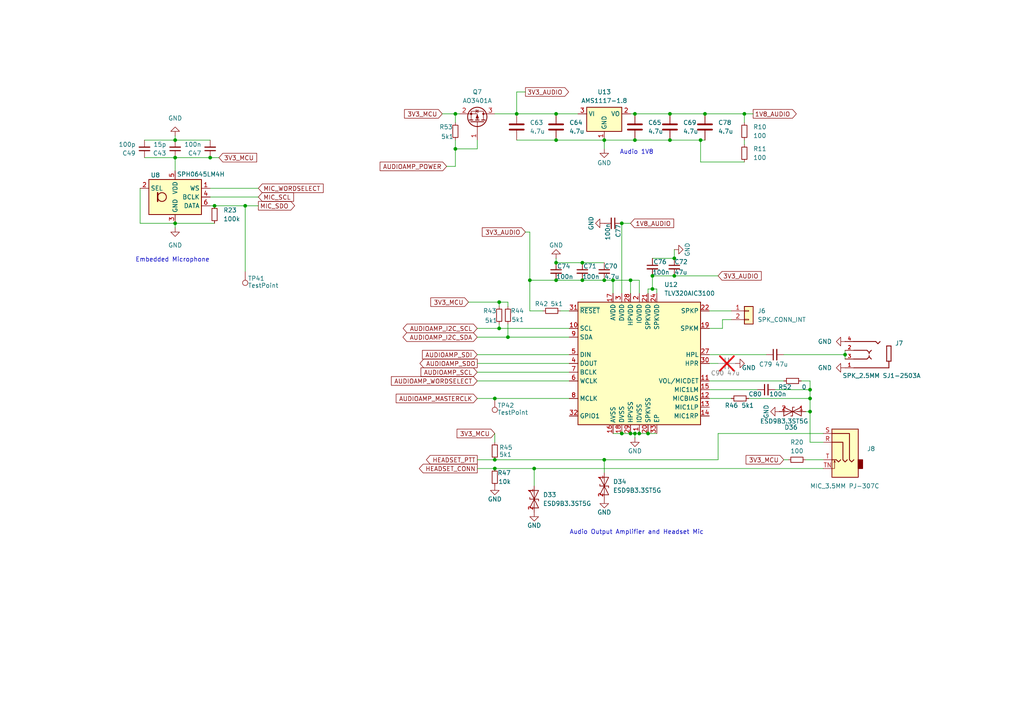
<source format=kicad_sch>
(kicad_sch (version 20250114) (generator "eeschema") (generator_version "9.0")
  (paper "A4")
  (lib_symbols
    (symbol "Audio:TLV320AIC3100"
      (property "Reference" "U" (at -15.24 20.32 0))
      (property "Value" "TLV320AIC3100" (at 0 0 0))
      (symbol "TLV320AIC3100_0_1"
        (rectangle (start -17.78 17.78) (end 17.78 -17.78) (stroke (width 0.254)) (fill (type background)))
      )
      (symbol "TLV320AIC3100_1_1"
        (pin input line (at -20.32 15.24 0) (length 2.54) (name "~{RESET}") (number "31"))
        (pin input line (at -20.32 10.16 0) (length 2.54) (name "SCL") (number "10"))
        (pin bidirectional line (at -20.32 7.62 0) (length 2.54) (name "SDA") (number "9"))
        (pin input line (at -20.32 2.54 0) (length 2.54) (name "DIN") (number "5"))
        (pin output line (at -20.32 0 0) (length 2.54) (name "DOUT") (number "4"))
        (pin bidirectional line (at -20.32 -2.54 0) (length 2.54) (name "BCLK") (number "7"))
        (pin bidirectional line (at -20.32 -5.08 0) (length 2.54) (name "WCLK") (number "6"))
        (pin input line (at -20.32 -10.16 0) (length 2.54) (name "MCLK") (number "8"))
        (pin bidirectional line (at -20.32 -15.24 0) (length 2.54) (name "GPIO1") (number "32"))
        (pin power_in line (at -7.62 20.32 270) (length 2.54) (name "AVDD") (number "17"))
        (pin power_in line (at -7.62 -20.32 90) (length 2.54) (name "AVSS") (number "16"))
        (pin power_in line (at -5.08 20.32 270) (length 2.54) (name "DVDD") (number "3"))
        (pin power_in line (at -5.08 -20.32 90) (length 2.54) (name "DVSS") (number "18"))
        (pin power_in line (at -2.54 20.32 270) (length 2.54) (name "HPVDD") (number "28"))
        (pin power_in line (at -2.54 -20.32 90) (length 2.54) (name "HPVSS") (number "29"))
        (pin power_in line (at 0 20.32 270) (length 2.54) (name "IOVDD") (number "2"))
        (pin power_in line (at 0 -20.32 90) (length 2.54) (name "IOVSS") (number "1"))
        (pin power_in line (at 2.54 20.32 270) (length 2.54) (name "SPKVDD") (number "21"))
        (pin power_in line (at 2.54 -20.32 90) (length 2.54) (name "SPKVSS") (number "20"))
        (pin passive line (at 2.54 -20.32 90) (length 2.54) (hide yes) (name "SPKVSS") (number "25"))
        (pin power_in line (at 5.08 20.32 270) (length 2.54) (name "SPKVDD") (number "24"))
        (pin power_in line (at 5.08 -20.32 90) (length 2.54) (name "EP") (number "33"))
        (pin output line (at 20.32 15.24 180) (length 2.54) (name "SPKP") (number "22"))
        (pin passive line (at 20.32 15.24 180) (length 2.54) (hide yes) (name "SPKP") (number "26"))
        (pin output line (at 20.32 10.16 180) (length 2.54) (name "SPKM") (number "19"))
        (pin passive line (at 20.32 10.16 180) (length 2.54) (hide yes) (name "SPKM") (number "23"))
        (pin output line (at 20.32 2.54 180) (length 2.54) (name "HPL") (number "27"))
        (pin output line (at 20.32 0 180) (length 2.54) (name "HPR") (number "30"))
        (pin input line (at 20.32 -5.08 180) (length 2.54) (name "VOL/MICDET") (number "11"))
        (pin input line (at 20.32 -7.62 180) (length 2.54) (name "MIC1LM") (number "15"))
        (pin power_out line (at 20.32 -10.16 180) (length 2.54) (name "MICBIAS") (number "12"))
        (pin input line (at 20.32 -12.7 180) (length 2.54) (name "MIC1LP") (number "13"))
        (pin input line (at 20.32 -15.24 180) (length 2.54) (name "MIC1RP") (number "14"))
      )
    )
    (symbol "Connector:TestPoint" (pin_numbers (hide yes)) (pin_names (offset 0.762) (hide yes))
      (property "Reference" "TP" (at 0 6.858 0))
      (property "Value" "TestPoint" (at 0 5.08 0))
      (symbol "TestPoint_0_1"
        (circle (center 0 3.302) (radius 0.762))
      )
      (symbol "TestPoint_1_1"
        (pin passive line (at 0 0 90) (length 2.54) (name "1") (number "1"))
      )
    )
    (symbol "Connector_Audio:AudioJack3_SwitchT"
      (property "Reference" "J" (at 0 8.89 0))
      (property "Value" "AudioJack3_SwitchT" (at 0 6.35 0))
      (symbol "AudioJack3_SwitchT_0_1"
        (rectangle (start -5.08 -5.08) (end -6.35 -7.62) (stroke (width 0.254)) (fill (type outline)))
        (polyline (pts (xy -1.905 -5.08) (xy -1.27 -5.715) (xy -0.635 -5.08) (xy -0.635 0) (xy 2.54 0)) (stroke (width 0.254)))
        (polyline (pts (xy 0 -5.08) (xy 0.635 -5.715) (xy 1.27 -5.08) (xy 2.54 -5.08)) (stroke (width 0.254)))
        (polyline (pts (xy 1.778 -5.334) (xy 2.032 -5.842)))
        (rectangle (start 2.54 3.81) (end -5.08 -10.16) (stroke (width 0.254)) (fill (type background)))
        (polyline (pts (xy 2.54 2.54) (xy -2.54 2.54) (xy -2.54 -5.08) (xy -3.175 -5.715) (xy -3.81 -5.08)) (stroke (width 0.254)))
        (polyline (pts (xy 2.54 -7.62) (xy 1.778 -7.62) (xy 1.778 -5.334) (xy 1.524 -5.842)))
      )
      (symbol "AudioJack3_SwitchT_1_1"
        (pin passive line (at 5.08 2.54 180) (length 2.54) (name "~") (number "S"))
        (pin passive line (at 5.08 0 180) (length 2.54) (name "~") (number "R"))
        (pin passive line (at 5.08 -5.08 180) (length 2.54) (name "~") (number "T"))
        (pin passive line (at 5.08 -7.62 180) (length 2.54) (name "~") (number "TN"))
      )
    )
    (symbol "Connector_Generic:Conn_01x02" (pin_names (offset 1.016) (hide yes))
      (property "Reference" "J" (at 0 2.54 0))
      (property "Value" "Conn_01x02" (at 0 -5.08 0))
      (symbol "Conn_01x02_1_1"
        (rectangle (start -1.27 1.27) (end 1.27 -3.81) (stroke (width 0.254)) (fill (type background)))
        (rectangle (start -1.27 0.127) (end 0 -0.127) (stroke (width 0.1524)))
        (rectangle (start -1.27 -2.413) (end 0 -2.667) (stroke (width 0.1524)))
        (pin passive line (at -5.08 0 0) (length 3.81) (name "Pin_1") (number "1"))
        (pin passive line (at -5.08 -2.54 0) (length 3.81) (name "Pin_2") (number "2"))
      )
    )
    (symbol "Device:C" (pin_numbers (hide yes)) (pin_names (offset 0.254))
      (property "Reference" "C" (at 0.635 2.54 0))
      (property "Value" "C" (at 0.635 -2.54 0))
      (symbol "C_0_1"
        (polyline (pts (xy -2.032 0.762) (xy 2.032 0.762)) (stroke (width 0.508)))
        (polyline (pts (xy -2.032 -0.762) (xy 2.032 -0.762)) (stroke (width 0.508)))
      )
      (symbol "C_1_1"
        (pin passive line (at 0 3.81 270) (length 2.794) (name "~") (number "1"))
        (pin passive line (at 0 -3.81 90) (length 2.794) (name "~") (number "2"))
      )
    )
    (symbol "Device:C_Small" (pin_numbers (hide yes)) (pin_names (offset 0.254) (hide yes))
      (property "Reference" "C" (at 0.254 1.778 0))
      (property "Value" "C_Small" (at 0.254 -2.032 0))
      (symbol "C_Small_0_1"
        (polyline (pts (xy -1.524 0.508) (xy 1.524 0.508)) (stroke (width 0.3048)))
        (polyline (pts (xy -1.524 -0.508) (xy 1.524 -0.508)) (stroke (width 0.3302)))
      )
      (symbol "C_Small_1_1"
        (pin passive line (at 0 2.54 270) (length 2.032) (name "~") (number "1"))
        (pin passive line (at 0 -2.54 90) (length 2.032) (name "~") (number "2"))
      )
    )
    (symbol "Device:R_Small" (pin_numbers (hide yes)) (pin_names (offset 0.254) (hide yes))
      (property "Reference" "R" (at 0.762 0.508 0))
      (property "Value" "R_Small" (at 0.762 -1.016 0))
      (symbol "R_Small_0_1"
        (rectangle (start -0.762 1.778) (end 0.762 -1.778) (stroke (width 0.2032)))
      )
      (symbol "R_Small_1_1"
        (pin passive line (at 0 2.54 270) (length 0.762) (name "~") (number "1"))
        (pin passive line (at 0 -2.54 90) (length 0.762) (name "~") (number "2"))
      )
    )
    (symbol "Diode:ESD9B3.3ST5G" (pin_names (offset 1.016) (hide yes))
      (property "Reference" "D" (at 0 2.54 0))
      (property "Value" "ESD9B3.3ST5G" (at 0 -2.54 0))
      (symbol "ESD9B3.3ST5G_0_1"
        (polyline (pts (xy -2.54 -1.27) (xy 0 0) (xy -2.54 1.27) (xy -2.54 -1.27)) (stroke (width 0.2032)))
        (polyline (pts (xy 0.508 1.27) (xy 0 1.27) (xy 0 -1.27) (xy -0.508 -1.27)) (stroke (width 0.2032)))
        (polyline (pts (xy 1.27 0) (xy -1.27 0)))
        (polyline (pts (xy 2.54 1.27) (xy 2.54 -1.27) (xy 0 0) (xy 2.54 1.27)) (stroke (width 0.2032)))
      )
      (symbol "ESD9B3.3ST5G_1_1"
        (pin passive line (at -3.81 0 0) (length 2.54) (name "A1") (number "1"))
        (pin passive line (at 3.81 0 180) (length 2.54) (name "A2") (number "2"))
      )
    )
    (symbol "Regulator_Linear:NCP1117-1.8_SOT223"
      (property "Reference" "U" (at -3.81 3.175 0))
      (property "Value" "NCP1117-1.8_SOT223" (at 0 3.175 0))
      (symbol "NCP1117-1.8_SOT223_0_1"
        (rectangle (start -5.08 -5.08) (end 5.08 1.905) (stroke (width 0.254)) (fill (type background)))
      )
      (symbol "NCP1117-1.8_SOT223_1_1"
        (pin power_in line (at -7.62 0 0) (length 2.54) (name "VI") (number "3"))
        (pin power_in line (at 0 -7.62 90) (length 2.54) (name "GND") (number "1"))
        (pin power_out line (at 7.62 0 180) (length 2.54) (name "VO") (number "2"))
      )
    )
    (symbol "SJ1-2503A:SJ1-2503A" (pin_names (offset 1.016))
      (property "Reference" "J" (at -5.08 3.81 0))
      (property "Value" "SJ1-2503A" (at -5.08 -7.62 0))
      (symbol "SJ1-2503A_0_0"
        (polyline (pts (xy -5.715 0.635) (xy -5.08 0.635)) (stroke (width 0.254)))
        (polyline (pts (xy -5.715 -3.81) (xy -5.715 0.635)) (stroke (width 0.254)))
        (polyline (pts (xy -5.08 2.54) (xy -5.08 0.635)) (stroke (width 0.254)))
        (polyline (pts (xy -5.08 0.635) (xy -4.445 0.635)) (stroke (width 0.254)))
        (polyline (pts (xy -4.445 0.635) (xy -4.445 -3.81)) (stroke (width 0.254)))
        (polyline (pts (xy -4.445 -3.81) (xy -5.715 -3.81)) (stroke (width 0.254)))
        (polyline (pts (xy -1.905 -4.445) (xy -2.54 -5.08)) (stroke (width 0.254)))
        (polyline (pts (xy -1.27 -5.08) (xy -1.905 -4.445)) (stroke (width 0.254)))
        (polyline (pts (xy 0.635 -0.635) (xy 0 0)) (stroke (width 0.254)))
        (polyline (pts (xy 0.635 -0.635) (xy 0.635 -1.016)) (stroke (width 0.254)))
        (polyline (pts (xy 0.635 -1.905) (xy 0 -2.54)) (stroke (width 0.254)))
        (polyline (pts (xy 0.635 -1.905) (xy 0.635 -1.524)) (stroke (width 0.254)))
        (polyline (pts (xy 1.27 0) (xy 0.635 -0.635)) (stroke (width 0.254)))
        (polyline (pts (xy 1.27 -2.54) (xy 0.635 -1.905)) (stroke (width 0.254)))
        (polyline (pts (xy 5.08 2.54) (xy -5.08 2.54)) (stroke (width 0.254)))
        (polyline (pts (xy 5.08 0) (xy 1.27 0)) (stroke (width 0.254)))
        (polyline (pts (xy 5.08 -2.54) (xy 1.27 -2.54)) (stroke (width 0.254)))
        (polyline (pts (xy 5.08 -5.08) (xy -1.27 -5.08)) (stroke (width 0.254)))
        (pin passive line (at 7.62 2.54 180) (length 2.54) (name "~") (number "1"))
        (pin passive line (at 7.62 0 180) (length 2.54) (name "~") (number "3"))
        (pin passive line (at 7.62 -2.54 180) (length 2.54) (name "~") (number "2"))
        (pin passive line (at 7.62 -5.08 180) (length 2.54) (name "~") (number "4"))
      )
    )
    (symbol "Sensor_Audio:SPH0645LM4H"
      (property "Reference" "MK" (at -7.62 6.35 0))
      (property "Value" "SPH0645LM4H" (at 1.27 6.35 0))
      (symbol "SPH0645LM4H_1_1"
        (rectangle (start -7.62 5.08) (end 7.62 -5.08) (stroke (width 0.254)) (fill (type background)))
        (polyline (pts (xy -5.08 1.27) (xy -5.08 -1.27)) (stroke (width 0.381)))
        (circle (center -3.81 0) (radius 1.27) (stroke (width 0.254)))
        (pin input line (at -10.16 2.54 0) (length 2.54) (name "SEL") (number "2"))
        (pin power_in line (at 0 7.62 270) (length 2.54) (name "VDD") (number "5"))
        (pin power_in line (at 0 -7.62 90) (length 2.54) (name "GND") (number "3"))
        (pin input line (at 10.16 2.54 180) (length 2.54) (name "WS") (number "1"))
        (pin input line (at 10.16 0 180) (length 2.54) (name "BCLK") (number "4"))
        (pin output line (at 10.16 -2.54 180) (length 2.54) (name "DATA") (number "6"))
      )
    )
    (symbol "Transistor_FET:AO3401A" (pin_names (hide yes))
      (property "Reference" "Q" (at 5.08 1.905 0))
      (property "Value" "AO3401A" (at 5.08 0 0))
      (symbol "AO3401A_0_1"
        (polyline (pts (xy 0.254 1.905) (xy 0.254 -1.905)) (stroke (width 0.254)))
        (polyline (pts (xy 0.254 0) (xy -2.54 0)))
        (polyline (pts (xy 0.762 2.286) (xy 0.762 1.27)) (stroke (width 0.254)))
        (polyline (pts (xy 0.762 1.778) (xy 3.302 1.778) (xy 3.302 -1.778) (xy 0.762 -1.778)))
        (polyline (pts (xy 0.762 0.508) (xy 0.762 -0.508)) (stroke (width 0.254)))
        (polyline (pts (xy 0.762 -1.27) (xy 0.762 -2.286)) (stroke (width 0.254)))
        (circle (center 1.651 0) (radius 2.794) (stroke (width 0.254)))
        (polyline (pts (xy 2.286 0) (xy 1.27 0.381) (xy 1.27 -0.381) (xy 2.286 0)) (fill (type outline)))
        (polyline (pts (xy 2.54 2.54) (xy 2.54 1.778)))
        (circle (center 2.54 1.778) (radius 0.254) (fill (type outline)))
        (circle (center 2.54 -1.778) (radius 0.254) (fill (type outline)))
        (polyline (pts (xy 2.54 -2.54) (xy 2.54 0) (xy 0.762 0)))
        (polyline (pts (xy 2.794 -0.508) (xy 2.921 -0.381) (xy 3.683 -0.381) (xy 3.81 -0.254)))
        (polyline (pts (xy 3.302 -0.381) (xy 2.921 0.254) (xy 3.683 0.254) (xy 3.302 -0.381)))
      )
      (symbol "AO3401A_1_1"
        (pin input line (at -5.08 0 0) (length 2.54) (name "G") (number "1"))
        (pin passive line (at 2.54 5.08 270) (length 2.54) (name "D") (number "3"))
        (pin passive line (at 2.54 -5.08 90) (length 2.54) (name "S") (number "2"))
      )
    )
    (symbol "power:GND" (power) (pin_numbers (hide yes)) (pin_names (offset 0) (hide yes))
      (property "Value" "GND" (at 0 -3.81 0))
      (symbol "GND_0_1"
        (polyline (pts (xy 0 0) (xy 0 -1.27) (xy 1.27 -1.27) (xy 0 -2.54) (xy -1.27 -1.27) (xy 0 -1.27)))
      )
      (symbol "GND_1_1"
        (pin power_in line (at 0 0 270) (length 0) (name "~") (number "1"))
      )
    )
  )
  (text "Embedded Microphone\n" (at 50.038 75.438 0) (effects (font (size 1.27 1.27))))
  (text "Audio 1V8" (at 184.658 44.196 0) (effects (font (size 1.27 1.27))))
  (text "Audio Output Amplifier and Headset Mic" (at 184.658 154.432 0) (effects (font (size 1.27 1.27))))
  (junction (at 161.29 81.28))
  (junction (at 185.42 125.73))
  (junction (at 154.94 135.89))
  (junction (at 182.88 81.28))
  (junction (at 184.15 33.02))
  (junction (at 132.08 43.18))
  (junction (at 132.08 33.02))
  (junction (at 50.8 64.77))
  (junction (at 215.9 33.02))
  (junction (at 234.95 113.03))
  (junction (at 144.78 95.25))
  (junction (at 149.86 33.02))
  (junction (at 180.34 125.73))
  (junction (at 175.26 133.35))
  (junction (at 189.23 83.82))
  (junction (at 143.51 135.89))
  (junction (at 182.88 125.73))
  (junction (at 194.31 33.02))
  (junction (at 71.12 59.69))
  (junction (at 60.96 45.72))
  (junction (at 234.95 115.57))
  (junction (at 153.67 81.28))
  (junction (at 175.26 40.64))
  (junction (at 168.91 76.2))
  (junction (at 50.8 45.72))
  (junction (at 195.58 74.93))
  (junction (at 194.31 40.64))
  (junction (at 161.29 40.64))
  (junction (at 195.58 80.01))
  (junction (at 161.29 33.02))
  (junction (at 147.32 97.79))
  (junction (at 180.34 64.77))
  (junction (at 50.8 40.64))
  (junction (at 184.15 40.64))
  (junction (at 177.8 81.28))
  (junction (at 203.2 40.64))
  (junction (at 143.51 133.35))
  (junction (at 245.11 102.87))
  (junction (at 204.47 33.02))
  (junction (at 143.51 115.57))
  (junction (at 144.78 87.63))
  (junction (at 189.23 80.01))
  (junction (at 175.26 81.28))
  (junction (at 187.96 125.73))
  (junction (at 234.95 119.38))
  (junction (at 184.15 125.73))
  (junction (at 62.23 59.69))
  (junction (at 161.29 76.2))
  (junction (at 168.91 81.28))
  (wire (pts (xy 234.95 110.49) (xy 234.95 113.03)))
  (wire (pts (xy 143.51 115.57) (xy 165.1 115.57)))
  (wire (pts (xy 175.26 133.35) (xy 175.26 137.16)))
  (wire (pts (xy 60.96 54.61) (xy 74.93 54.61)))
  (wire (pts (xy 50.8 45.72) (xy 50.8 49.53)))
  (wire (pts (xy 143.51 33.02) (xy 149.86 33.02)))
  (wire (pts (xy 234.95 119.38) (xy 234.95 128.27)))
  (wire (pts (xy 149.86 40.64) (xy 161.29 40.64)))
  (wire (pts (xy 187.96 125.73) (xy 190.5 125.73)))
  (wire (pts (xy 182.88 81.28) (xy 182.88 85.09)))
  (wire (pts (xy 175.26 40.64) (xy 175.26 43.18)))
  (wire (pts (xy 168.91 76.2) (xy 175.26 76.2)))
  (wire (pts (xy 175.26 40.64) (xy 184.15 40.64)))
  (wire (pts (xy 215.9 40.64) (xy 215.9 41.91)))
  (wire (pts (xy 209.55 92.71) (xy 209.55 95.25)))
  (wire (pts (xy 205.74 102.87) (xy 222.25 102.87)))
  (wire (pts (xy 50.8 64.77) (xy 62.23 64.77)))
  (wire (pts (xy 153.67 67.31) (xy 152.4 67.31)))
  (wire (pts (xy 41.91 45.72) (xy 50.8 45.72)))
  (wire (pts (xy 184.15 127) (xy 184.15 125.73)))
  (wire (pts (xy 147.32 97.79) (xy 165.1 97.79)))
  (wire (pts (xy 182.88 33.02) (xy 184.15 33.02)))
  (wire (pts (xy 217.17 115.57) (xy 234.95 115.57)))
  (wire (pts (xy 153.67 81.28) (xy 153.67 67.31)))
  (wire (pts (xy 135.89 87.63) (xy 144.78 87.63)))
  (wire (pts (xy 180.34 64.77) (xy 180.34 85.09)))
  (wire (pts (xy 184.15 125.73) (xy 185.42 125.73)))
  (wire (pts (xy 205.74 113.03) (xy 219.71 113.03)))
  (wire (pts (xy 189.23 74.93) (xy 195.58 74.93)))
  (wire (pts (xy 185.42 81.28) (xy 182.88 81.28)))
  (wire (pts (xy 132.08 33.02) (xy 132.08 35.56)))
  (wire (pts (xy 71.12 59.69) (xy 62.23 59.69)))
  (wire (pts (xy 195.58 80.01) (xy 208.28 80.01)))
  (wire (pts (xy 154.94 135.89) (xy 154.94 140.97)))
  (wire (pts (xy 238.76 125.73) (xy 208.28 125.73)))
  (wire (pts (xy 234.95 110.49) (xy 232.41 110.49)))
  (wire (pts (xy 40.64 64.77) (xy 40.64 54.61)))
  (wire (pts (xy 138.43 43.18) (xy 138.43 40.64)))
  (wire (pts (xy 138.43 95.25) (xy 144.78 95.25)))
  (wire (pts (xy 205.74 90.17) (xy 212.09 90.17)))
  (wire (pts (xy 203.2 46.99) (xy 203.2 40.64)))
  (wire (pts (xy 132.08 43.18) (xy 132.08 48.26)))
  (wire (pts (xy 195.58 74.93) (xy 195.58 72.39)))
  (wire (pts (xy 41.91 40.64) (xy 50.8 40.64)))
  (wire (pts (xy 143.51 125.73) (xy 143.51 128.27)))
  (wire (pts (xy 245.11 101.6) (xy 245.11 102.87)))
  (wire (pts (xy 161.29 81.28) (xy 168.91 81.28)))
  (wire (pts (xy 205.74 110.49) (xy 227.33 110.49)))
  (wire (pts (xy 138.43 133.35) (xy 143.51 133.35)))
  (wire (pts (xy 132.08 33.02) (xy 133.35 33.02)))
  (wire (pts (xy 177.8 81.28) (xy 182.88 81.28)))
  (wire (pts (xy 144.78 87.63) (xy 147.32 87.63)))
  (wire (pts (xy 138.43 107.95) (xy 165.1 107.95)))
  (wire (pts (xy 152.4 26.67) (xy 149.86 26.67)))
  (wire (pts (xy 50.8 66.04) (xy 50.8 64.77)))
  (wire (pts (xy 234.95 113.03) (xy 234.95 115.57)))
  (wire (pts (xy 215.9 46.99) (xy 203.2 46.99)))
  (wire (pts (xy 138.43 135.89) (xy 143.51 135.89)))
  (wire (pts (xy 190.5 83.82) (xy 190.5 85.09)))
  (wire (pts (xy 184.15 33.02) (xy 194.31 33.02)))
  (wire (pts (xy 143.51 135.89) (xy 154.94 135.89)))
  (wire (pts (xy 177.8 81.28) (xy 177.8 85.09)))
  (wire (pts (xy 185.42 125.73) (xy 187.96 125.73)))
  (wire (pts (xy 50.8 64.77) (xy 40.64 64.77)))
  (wire (pts (xy 215.9 33.02) (xy 218.44 33.02)))
  (wire (pts (xy 205.74 115.57) (xy 212.09 115.57)))
  (wire (pts (xy 149.86 26.67) (xy 149.86 33.02)))
  (wire (pts (xy 161.29 40.64) (xy 175.26 40.64)))
  (wire (pts (xy 50.8 40.64) (xy 60.96 40.64)))
  (wire (pts (xy 60.96 57.15) (xy 74.93 57.15)))
  (wire (pts (xy 60.96 45.72) (xy 63.5 45.72)))
  (wire (pts (xy 162.56 90.17) (xy 165.1 90.17)))
  (wire (pts (xy 175.26 133.35) (xy 208.28 133.35)))
  (wire (pts (xy 189.23 83.82) (xy 190.5 83.82)))
  (wire (pts (xy 149.86 33.02) (xy 161.29 33.02)))
  (wire (pts (xy 204.47 33.02) (xy 215.9 33.02)))
  (wire (pts (xy 233.68 133.35) (xy 238.76 133.35)))
  (wire (pts (xy 161.29 76.2) (xy 168.91 76.2)))
  (wire (pts (xy 147.32 87.63) (xy 147.32 88.9)))
  (wire (pts (xy 132.08 40.64) (xy 132.08 43.18)))
  (wire (pts (xy 184.15 40.64) (xy 194.31 40.64)))
  (wire (pts (xy 138.43 105.41) (xy 165.1 105.41)))
  (wire (pts (xy 138.43 97.79) (xy 147.32 97.79)))
  (wire (pts (xy 189.23 80.01) (xy 195.58 80.01)))
  (wire (pts (xy 153.67 81.28) (xy 161.29 81.28)))
  (wire (pts (xy 144.78 93.98) (xy 144.78 95.25)))
  (wire (pts (xy 157.48 90.17) (xy 153.67 90.17)))
  (wire (pts (xy 233.68 119.38) (xy 234.95 119.38)))
  (wire (pts (xy 154.94 135.89) (xy 238.76 135.89)))
  (wire (pts (xy 182.88 125.73) (xy 184.15 125.73)))
  (wire (pts (xy 205.74 95.25) (xy 209.55 95.25)))
  (wire (pts (xy 194.31 40.64) (xy 203.2 40.64)))
  (wire (pts (xy 205.74 105.41) (xy 208.28 105.41)))
  (wire (pts (xy 187.96 85.09) (xy 187.96 83.82)))
  (wire (pts (xy 138.43 115.57) (xy 143.51 115.57)))
  (wire (pts (xy 203.2 40.64) (xy 204.47 40.64)))
  (wire (pts (xy 62.23 59.69) (xy 60.96 59.69)))
  (wire (pts (xy 180.34 125.73) (xy 182.88 125.73)))
  (wire (pts (xy 185.42 85.09) (xy 185.42 81.28)))
  (wire (pts (xy 234.95 115.57) (xy 234.95 119.38)))
  (wire (pts (xy 209.55 92.71) (xy 212.09 92.71)))
  (wire (pts (xy 187.96 83.82) (xy 189.23 83.82)))
  (wire (pts (xy 175.26 81.28) (xy 168.91 81.28)))
  (wire (pts (xy 245.11 102.87) (xy 245.11 104.14)))
  (wire (pts (xy 50.8 45.72) (xy 60.96 45.72)))
  (wire (pts (xy 208.28 125.73) (xy 208.28 133.35)))
  (wire (pts (xy 234.95 128.27) (xy 238.76 128.27)))
  (wire (pts (xy 74.93 59.69) (xy 71.12 59.69)))
  (wire (pts (xy 138.43 102.87) (xy 165.1 102.87)))
  (wire (pts (xy 182.88 64.77) (xy 180.34 64.77)))
  (wire (pts (xy 71.12 59.69) (xy 71.12 78.74)))
  (wire (pts (xy 132.08 48.26) (xy 129.54 48.26)))
  (wire (pts (xy 189.23 80.01) (xy 189.23 83.82)))
  (wire (pts (xy 143.51 133.35) (xy 175.26 133.35)))
  (wire (pts (xy 50.8 39.37) (xy 50.8 40.64)))
  (wire (pts (xy 161.29 33.02) (xy 167.64 33.02)))
  (wire (pts (xy 227.33 102.87) (xy 245.11 102.87)))
  (wire (pts (xy 153.67 90.17) (xy 153.67 81.28)))
  (wire (pts (xy 224.79 113.03) (xy 234.95 113.03)))
  (wire (pts (xy 144.78 95.25) (xy 165.1 95.25)))
  (wire (pts (xy 194.31 33.02) (xy 204.47 33.02)))
  (wire (pts (xy 144.78 87.63) (xy 144.78 88.9)))
  (wire (pts (xy 175.26 81.28) (xy 177.8 81.28)))
  (wire (pts (xy 215.9 33.02) (xy 215.9 35.56)))
  (wire (pts (xy 147.32 93.98) (xy 147.32 97.79)))
  (wire (pts (xy 227.33 133.35) (xy 228.6 133.35)))
  (wire (pts (xy 138.43 110.49) (xy 165.1 110.49)))
  (wire (pts (xy 177.8 125.73) (xy 180.34 125.73)))
  (wire (pts (xy 128.27 33.02) (xy 132.08 33.02)))
  (wire (pts (xy 161.29 74.93) (xy 161.29 76.2)))
  (wire (pts (xy 132.08 43.18) (xy 138.43 43.18)))
  (global_label "3V3_AUDIO" (shape input) (at 208.28 80.01 0) (property "Intersheetrefs" "${INTERSHEET_REFS}" (effects (hide yes))))
  (global_label "AUDIOAMP_SDI" (shape input) (at 138.43 102.87 180) (property "Intersheetrefs" "${INTERSHEET_REFS}" (effects (hide yes))))
  (global_label "AUDIOAMP_I2C_SCL" (shape bidirectional) (at 138.43 95.25 180) (property "Intersheetrefs" "${INTERSHEET_REFS}" (effects (hide yes))))
  (global_label "MIC_SDO" (shape output) (at 74.93 59.69 0) (property "Intersheetrefs" "${INTERSHEET_REFS}" (effects (hide yes))))
  (global_label "AUDIOAMP_WORDSELECT" (shape input) (at 138.43 110.49 180) (property "Intersheetrefs" "${INTERSHEET_REFS}" (effects (hide yes))))
  (global_label "1V8_AUDIO" (shape input) (at 182.88 64.77 0) (property "Intersheetrefs" "${INTERSHEET_REFS}" (effects (hide yes))))
  (global_label "MIC_WORDSELECT" (shape input) (at 74.93 54.61 0) (property "Intersheetrefs" "${INTERSHEET_REFS}" (effects (hide yes))))
  (global_label "AUDIOAMP_I2C_SDA" (shape bidirectional) (at 138.43 97.79 180) (property "Intersheetrefs" "${INTERSHEET_REFS}" (effects (hide yes))))
  (global_label "3V3_MCU" (shape input) (at 227.33 133.35 180) (property "Intersheetrefs" "${INTERSHEET_REFS}" (effects (hide yes))))
  (global_label "1V8_AUDIO" (shape output) (at 218.44 33.02 0) (property "Intersheetrefs" "${INTERSHEET_REFS}" (effects (hide yes))))
  (global_label "3V3_MCU" (shape input) (at 128.27 33.02 180) (property "Intersheetrefs" "${INTERSHEET_REFS}" (effects (hide yes))))
  (global_label "MIC_SCL" (shape input) (at 74.93 57.15 0) (property "Intersheetrefs" "${INTERSHEET_REFS}" (effects (hide yes))))
  (global_label "HEADSET_CONN" (shape output) (at 138.43 135.89 180) (property "Intersheetrefs" "${INTERSHEET_REFS}" (effects (hide yes))))
  (global_label "3V3_AUDIO" (shape output) (at 152.4 26.67 0) (property "Intersheetrefs" "${INTERSHEET_REFS}" (effects (hide yes))))
  (global_label "3V3_MCU" (shape input) (at 63.5 45.72 0) (property "Intersheetrefs" "${INTERSHEET_REFS}" (effects (hide yes))))
  (global_label "AUDIOAMP_SDO" (shape output) (at 138.43 105.41 180) (property "Intersheetrefs" "${INTERSHEET_REFS}" (effects (hide yes))))
  (global_label "3V3_MCU" (shape input) (at 135.89 87.63 180) (property "Intersheetrefs" "${INTERSHEET_REFS}" (effects (hide yes))))
  (global_label "HEADSET_PTT" (shape output) (at 138.43 133.35 180) (property "Intersheetrefs" "${INTERSHEET_REFS}" (effects (hide yes))))
  (global_label "AUDIOAMP_SCL" (shape input) (at 138.43 107.95 180) (property "Intersheetrefs" "${INTERSHEET_REFS}" (effects (hide yes))))
  (global_label "3V3_AUDIO" (shape input) (at 152.4 67.31 180) (property "Intersheetrefs" "${INTERSHEET_REFS}" (effects (hide yes))))
  (global_label "AUDIOAMP_POWER" (shape input) (at 129.54 48.26 180) (property "Intersheetrefs" "${INTERSHEET_REFS}" (effects (hide yes))))
  (global_label "3V3_MCU" (shape input) (at 143.51 125.73 180) (property "Intersheetrefs" "${INTERSHEET_REFS}" (effects (hide yes))))
  (global_label "AUDIOAMP_MASTERCLK" (shape input) (at 138.43 115.57 180) (property "Intersheetrefs" "${INTERSHEET_REFS}" (effects (hide yes))))
  (symbol (lib_id "Device:R_Small") (at 160.02 90.17 90) (mirror x) (unit 1)
    (property "Reference" "R42" (at 159.004 88.138 90) (effects (justify left)))
    (property "Value" "5k1" (at 163.322 88.138 90) (effects (justify left)))
    (property "Footprint" "Resistor_SMD:R_0603_1608Metric_Pad0.98x0.95mm_HandSolder" (effects (hide yes)))
    (property "Description" "Resistor, small symbol" (effects (hide yes)))
  )
  (symbol (lib_id "Device:R_Small") (at 147.32 91.44 0) (unit 1)
    (property "Reference" "R44" (at 148.082 90.17 0) (effects (justify left)))
    (property "Value" "5k1" (at 148.336 92.71 0) (effects (justify left)))
    (property "Footprint" "Resistor_SMD:R_0603_1608Metric_Pad0.98x0.95mm_HandSolder" (effects (hide yes)))
    (property "Description" "Resistor, small symbol" (effects (hide yes)))
  )
  (symbol (lib_id "Sensor_Audio:SPH0645LM4H") (at 50.8 57.15 0) (unit 1)
    (property "Reference" "U8" (at 43.688 50.8 0) (effects (justify left)))
    (property "Value" "SPH0645LM4H" (at 51.308 50.546 0) (effects (justify left)))
    (property "Footprint" "Sensor_Audio:Knowles_SPH0645LM4H-6_3.5x2.65mm" (effects (hide yes)))
    (property "Datasheet" "https://www.knowles.com/docs/default-source/default-document-library/sph0645lm4h-1-datasheet.pdf" (effects (hide yes)))
    (property "Description" "Knowles MEMS Microphone, 24-bit I2S, 65 dBA SNR, LGA-6" (effects (hide yes)))
  )
  (symbol (lib_id "power:GND") (at 50.8 66.04 0) (unit 1)
    (property "Reference" "#PWR030" (effects (hide yes)))
    (property "Value" "GND" (at 50.8 71.12 0))
    (property "Description" "Power symbol creates a global label with name \"GND\" , ground" (effects (hide yes)))
  )
  (symbol (lib_id "power:GND") (at 175.26 144.78 0) (unit 1)
    (property "Reference" "#PWR048" (effects (hide yes)))
    (property "Value" "GND" (at 175.26 148.59 0))
    (property "Description" "Power symbol creates a global label with name \"GND\" , ground" (effects (hide yes)))
  )
  (symbol (lib_id "Device:R_Small") (at 144.78 91.44 0) (mirror y) (unit 1)
    (property "Reference" "R43" (at 144.018 90.17 0) (effects (justify left)))
    (property "Value" "5k1" (at 144.272 92.964 0) (effects (justify left)))
    (property "Footprint" "Resistor_SMD:R_0603_1608Metric_Pad0.98x0.95mm_HandSolder" (effects (hide yes)))
    (property "Description" "Resistor, small symbol" (effects (hide yes)))
  )
  (symbol (lib_id "Device:C_Small") (at 222.25 113.03 90) (unit 1)
    (property "Reference" "C80" (at 220.98 114.3 90) (effects (justify left)))
    (property "Value" "100n" (at 228.092 114.3 90) (effects (justify left)))
    (property "Footprint" "Capacitor_SMD:C_0402_1005Metric_Pad0.74x0.62mm_HandSolder" (effects (hide yes)))
    (property "Description" "Unpolarized capacitor, small symbol" (effects (hide yes)))
  )
  (symbol (lib_id "Device:C_Small") (at 175.26 78.74 0) (unit 1)
    (property "Reference" "C70" (at 175.26 77.216 0) (effects (justify left)))
    (property "Value" "4.7u" (at 175.26 80.264 0) (effects (justify left)))
    (property "Footprint" "Capacitor_SMD:C_0603_1608Metric_Pad1.08x0.95mm_HandSolder" (effects (hide yes)))
    (property "Description" "Unpolarized capacitor, small symbol" (effects (hide yes)))
  )
  (symbol (lib_id "Device:C") (at 184.15 36.83 180) (unit 1)
    (property "Reference" "C65" (at 187.96 35.5599 0) (effects (justify right)))
    (property "Value" "4.7u" (at 187.96 38.0999 0) (effects (justify right)))
    (property "Footprint" "Capacitor_SMD:C_0603_1608Metric_Pad1.08x0.95mm_HandSolder" (effects (hide yes)))
    (property "Description" "Unpolarized capacitor" (effects (hide yes)))
  )
  (symbol (lib_id "Device:C_Small") (at 60.96 43.18 180) (unit 1)
    (property "Reference" "C47" (at 58.42 44.4438 0) (effects (justify left)))
    (property "Value" "100n" (at 58.42 41.9038 0) (effects (justify left)))
    (property "Footprint" "Capacitor_SMD:C_0402_1005Metric_Pad0.74x0.62mm_HandSolder" (effects (hide yes)))
    (property "Description" "Unpolarized capacitor, small symbol" (effects (hide yes)))
  )
  (symbol (lib_id "Device:C") (at 194.31 36.83 180) (unit 1)
    (property "Reference" "C69" (at 198.12 35.5599 0) (effects (justify right)))
    (property "Value" "4.7u" (at 198.12 38.0999 0) (effects (justify right)))
    (property "Footprint" "Capacitor_SMD:C_0603_1608Metric_Pad1.08x0.95mm_HandSolder" (effects (hide yes)))
    (property "Description" "Unpolarized capacitor" (effects (hide yes)))
  )
  (symbol (lib_id "Device:R_Small") (at 229.87 110.49 90) (mirror x) (unit 1)
    (property "Reference" "R52" (at 229.616 112.268 90) (effects (justify left)))
    (property "Value" "0" (at 233.934 112.268 90) (effects (justify left)))
    (property "Footprint" "Resistor_SMD:R_0603_1608Metric_Pad0.98x0.95mm_HandSolder" (effects (hide yes)))
    (property "Description" "Resistor, small symbol" (effects (hide yes)))
  )
  (symbol (lib_id "Device:C") (at 204.47 36.83 180) (unit 1)
    (property "Reference" "C78" (at 208.28 35.5599 0) (effects (justify right)))
    (property "Value" "4.7u" (at 208.28 38.0999 0) (effects (justify right)))
    (property "Footprint" "Capacitor_SMD:C_0603_1608Metric_Pad1.08x0.95mm_HandSolder" (effects (hide yes)))
    (property "Description" "Unpolarized capacitor" (effects (hide yes)))
  )
  (symbol (lib_id "Device:C_Small") (at 161.29 78.74 0) (unit 1)
    (property "Reference" "C74" (at 161.544 77.216 0) (effects (justify left)))
    (property "Value" "100n" (at 161.29 80.264 0) (effects (justify left)))
    (property "Footprint" "Capacitor_SMD:C_0402_1005Metric_Pad0.74x0.62mm_HandSolder" (effects (hide yes)))
    (property "Description" "Unpolarized capacitor, small symbol" (effects (hide yes)))
  )
  (symbol (lib_id "power:GND") (at 143.51 140.97 0) (unit 1)
    (property "Reference" "#PWR043" (effects (hide yes)))
    (property "Value" "GND" (at 143.51 144.78 0))
    (property "Description" "Power symbol creates a global label with name \"GND\" , ground" (effects (hide yes)))
  )
  (symbol (lib_id "Diode:ESD9B3.3ST5G") (at 175.26 140.97 270) (unit 1)
    (property "Reference" "D34" (at 177.8 139.6999 90) (effects (justify left)))
    (property "Value" "ESD9B3.3ST5G" (at 177.8 142.2399 90) (effects (justify left)))
    (property "Footprint" "Diode_SMD:D_SOD-923" (effects (hide yes)))
    (property "Datasheet" "https://www.onsemi.com/pub/Collateral/ESD9B-D.PDF" (effects (hide yes)))
    (property "Description" "ESD protection diode, 3.3Vrwm, SOD-923" (effects (hide yes)))
  )
  (symbol (lib_id "Device:C_Small") (at 177.8 64.77 270) (unit 1)
    (property "Reference" "C77" (at 179.324 65.024 0) (effects (justify left)))
    (property "Value" "100n" (at 176.276 64.77 0) (effects (justify left)))
    (property "Footprint" "Capacitor_SMD:C_0402_1005Metric_Pad0.74x0.62mm_HandSolder" (effects (hide yes)))
    (property "Description" "Unpolarized capacitor, small symbol" (effects (hide yes)))
  )
  (symbol (lib_id "Audio:TLV320AIC3100") (at 185.42 105.41 0) (unit 1)
    (property "Reference" "U12" (at 192.6433 82.55 0) (effects (justify left)))
    (property "Value" "TLV320AIC3100" (at 192.6433 85.09 0) (effects (justify left)))
    (property "Footprint" "Package_DFN_QFN:VQFN-32-1EP_5x5mm_P0.5mm_EP3.5x3.5mm" (effects (hide yes)))
    (property "Datasheet" "http://www.ti.com/lit/ds/symlink/tlv320aic3100.pdf" (effects (hide yes)))
    (property "Description" "Low Power Audio Codec with Audio Processing and Mono Class‑D Amplifier, VQFN-32" (effects (hide yes)))
  )
  (symbol (lib_id "Device:R_Small") (at 143.51 138.43 0) (unit 1)
    (property "Reference" "R47" (at 144.272 137.16 0) (effects (justify left)))
    (property "Value" "10k" (at 144.526 139.7 0) (effects (justify left)))
    (property "Footprint" "Resistor_SMD:R_0603_1608Metric_Pad0.98x0.95mm_HandSolder" (effects (hide yes)))
    (property "Description" "Resistor, small symbol" (effects (hide yes)))
  )
  (symbol (lib_id "Device:R_Small") (at 62.23 62.23 0) (unit 1)
    (property "Reference" "R23" (at 64.77 60.9599 0) (effects (justify left)))
    (property "Value" "100k" (at 64.77 63.4999 0) (effects (justify left)))
    (property "Footprint" "Resistor_SMD:R_0603_1608Metric_Pad0.98x0.95mm_HandSolder" (effects (hide yes)))
    (property "Description" "Resistor, small symbol" (effects (hide yes)))
  )
  (symbol (lib_id "Connector_Audio:AudioJack3_SwitchT") (at 243.84 128.27 0) (mirror y) (unit 1)
    (property "Reference" "J8" (at 251.46 130.1749 0) (effects (justify right)))
    (property "Value" "MIC_3.5MM PJ-307C" (at 234.95 140.97 0) (effects (justify right)))
    (property "Footprint" "Connector_Audio:Jack_3.5mm_CUI_SJ1-3525N_Horizontal" (effects (hide yes)))
    (property "Description" "Audio Jack, 3 Poles (Stereo / TRS), Switched T Pole (Normalling)" (effects (hide yes)))
  )
  (symbol (lib_id "Device:C") (at 149.86 36.83 180) (unit 1)
    (property "Reference" "C63" (at 153.67 35.5599 0) (effects (justify right)))
    (property "Value" "4.7u" (at 153.67 38.0999 0) (effects (justify right)))
    (property "Footprint" "Capacitor_SMD:C_0603_1608Metric_Pad1.08x0.95mm_HandSolder" (effects (hide yes)))
    (property "Description" "Unpolarized capacitor" (effects (hide yes)))
  )
  (symbol (lib_id "power:GND") (at 154.94 148.59 0) (unit 1)
    (property "Reference" "#PWR047" (effects (hide yes)))
    (property "Value" "GND" (at 154.94 152.4 0))
    (property "Description" "Power symbol creates a global label with name \"GND\" , ground" (effects (hide yes)))
  )
  (symbol (lib_id "Diode:ESD9B3.3ST5G") (at 154.94 144.78 270) (unit 1)
    (property "Reference" "D33" (at 157.48 143.5099 90) (effects (justify left)))
    (property "Value" "ESD9B3.3ST5G" (at 157.48 146.0499 90) (effects (justify left)))
    (property "Footprint" "Diode_SMD:D_SOD-923" (effects (hide yes)))
    (property "Datasheet" "https://www.onsemi.com/pub/Collateral/ESD9B-D.PDF" (effects (hide yes)))
    (property "Description" "ESD protection diode, 3.3Vrwm, SOD-923" (effects (hide yes)))
  )
  (symbol (lib_id "power:GND") (at 50.8 39.37 180) (unit 1)
    (property "Reference" "#PWR032" (effects (hide yes)))
    (property "Value" "GND" (at 50.8 34.29 0))
    (property "Description" "Power symbol creates a global label with name \"GND\" , ground" (effects (hide yes)))
  )
  (symbol (lib_id "Device:R_Small") (at 214.63 115.57 90) (mirror x) (unit 1)
    (property "Reference" "R46" (at 214.122 117.602 90) (effects (justify left)))
    (property "Value" "5k1" (at 218.694 117.602 90) (effects (justify left)))
    (property "Footprint" "Resistor_SMD:R_0603_1608Metric_Pad0.98x0.95mm_HandSolder" (effects (hide yes)))
    (property "Description" "Resistor, small symbol" (effects (hide yes)))
  )
  (symbol (lib_id "Device:R_Small") (at 143.51 130.81 0) (mirror x) (unit 1)
    (property "Reference" "R45" (at 144.78 129.794 0) (effects (justify left)))
    (property "Value" "5k1" (at 144.78 131.826 0) (effects (justify left)))
    (property "Footprint" "Resistor_SMD:R_0603_1608Metric_Pad0.98x0.95mm_HandSolder" (effects (hide yes)))
    (property "Description" "Resistor, small symbol" (effects (hide yes)))
  )
  (symbol (lib_id "Device:C_Small") (at 168.91 78.74 0) (unit 1)
    (property "Reference" "C71" (at 169.164 77.216 0) (effects (justify left)))
    (property "Value" "100n" (at 168.91 80.264 0) (effects (justify left)))
    (property "Footprint" "Capacitor_SMD:C_0402_1005Metric_Pad0.74x0.62mm_HandSolder" (effects (hide yes)))
    (property "Description" "Unpolarized capacitor, small symbol" (effects (hide yes)))
  )
  (symbol (lib_id "Device:C_Small") (at 189.23 77.47 0) (unit 1)
    (property "Reference" "C76" (at 189.484 75.946 0) (effects (justify left)))
    (property "Value" "100n" (at 189.23 78.994 0) (effects (justify left)))
    (property "Footprint" "Capacitor_SMD:C_0402_1005Metric_Pad0.74x0.62mm_HandSolder" (effects (hide yes)))
    (property "Description" "Unpolarized capacitor, small symbol" (effects (hide yes)))
  )
  (symbol (lib_id "Transistor_FET:AO3401A") (at 138.43 35.56 270) (mirror x) (unit 1)
    (property "Reference" "Q7" (at 138.43 26.67 90))
    (property "Value" "AO3401A" (at 138.43 29.21 90))
    (property "Footprint" "Package_TO_SOT_SMD:SOT-23" (effects (hide yes)))
    (property "Datasheet" "http://www.aosmd.com/pdfs/datasheet/AO3401A.pdf" (effects (hide yes)))
    (property "Description" "-4.0A Id, -30V Vds, P-Channel MOSFET, SOT-23" (effects (hide yes)))
  )
  (symbol (lib_id "Device:C_Small") (at 41.91 43.18 180) (unit 1)
    (property "Reference" "C49" (at 39.37 44.4438 0) (effects (justify left)))
    (property "Value" "100p" (at 39.37 41.9038 0) (effects (justify left)))
    (property "Footprint" "Capacitor_SMD:C_0402_1005Metric_Pad0.74x0.62mm_HandSolder" (effects (hide yes)))
    (property "Description" "Unpolarized capacitor, small symbol" (effects (hide yes)))
  )
  (symbol (lib_id "power:GND") (at 245.11 99.06 270) (unit 1)
    (property "Reference" "#PWR069" (effects (hide yes)))
    (property "Value" "GND" (at 241.3 99.0599 90) (effects (justify right)))
    (property "Description" "Power symbol creates a global label with name \"GND\" , ground" (effects (hide yes)))
  )
  (symbol (lib_id "Device:C_Small") (at 50.8 43.18 180) (unit 1)
    (property "Reference" "C43" (at 48.26 44.4438 0) (effects (justify left)))
    (property "Value" "15p" (at 48.26 41.9038 0) (effects (justify left)))
    (property "Footprint" "Capacitor_SMD:C_0402_1005Metric_Pad0.74x0.62mm_HandSolder" (effects (hide yes)))
    (property "Description" "Unpolarized capacitor, small symbol" (effects (hide yes)))
  )
  (symbol (lib_id "Device:C_Small") (at 224.79 102.87 90) (unit 1)
    (property "Reference" "C79" (at 224.028 105.664 90) (effects (justify left)))
    (property "Value" "47u" (at 228.6 105.664 90) (effects (justify left)))
    (property "Footprint" "Capacitor_SMD:C_1206_3216Metric_Pad1.33x1.80mm_HandSolder" (effects (hide yes)))
    (property "Description" "Unpolarized capacitor, small symbol" (effects (hide yes)))
  )
  (symbol (lib_id "Device:R_Small") (at 215.9 44.45 180) (unit 1)
    (property "Reference" "R11" (at 218.44 43.1799 0) (effects (justify right)))
    (property "Value" "100" (at 218.44 45.7199 0) (effects (justify right)))
    (property "Footprint" "Resistor_SMD:R_0603_1608Metric_Pad0.98x0.95mm_HandSolder" (effects (hide yes)))
    (property "Description" "Resistor, small symbol" (effects (hide yes)))
  )
  (symbol (lib_id "power:GND") (at 175.26 64.77 270) (unit 1)
    (property "Reference" "#PWR044" (effects (hide yes)))
    (property "Value" "GND" (at 171.45 64.77 0))
    (property "Description" "Power symbol creates a global label with name \"GND\" , ground" (effects (hide yes)))
  )
  (symbol (lib_id "Device:R_Small") (at 231.14 133.35 90) (unit 1)
    (property "Reference" "R20" (at 231.14 128.27 90))
    (property "Value" "100" (at 231.14 130.81 90))
    (property "Footprint" "Resistor_SMD:R_0603_1608Metric_Pad0.98x0.95mm_HandSolder" (effects (hide yes)))
    (property "Description" "Resistor, small symbol" (effects (hide yes)))
  )
  (symbol (lib_id "power:GND") (at 213.36 105.41 90) (unit 1)
    (property "Reference" "#PWR068" (effects (hide yes)))
    (property "Value" "GND" (at 215.138 106.68 90) (effects (justify right)))
    (property "Description" "Power symbol creates a global label with name \"GND\" , ground" (effects (hide yes)))
  )
  (symbol (lib_id "power:GND") (at 175.26 43.18 0) (unit 1)
    (property "Reference" "#PWR039" (effects (hide yes)))
    (property "Value" "GND" (at 175.26 47.244 0))
    (property "Description" "Power symbol creates a global label with name \"GND\" , ground" (effects (hide yes)))
  )
  (symbol (lib_id "Device:R_Small") (at 215.9 38.1 180) (unit 1)
    (property "Reference" "R10" (at 218.44 36.8299 0) (effects (justify right)))
    (property "Value" "100" (at 218.44 39.3699 0) (effects (justify right)))
    (property "Footprint" "Resistor_SMD:R_0603_1608Metric_Pad0.98x0.95mm_HandSolder" (effects (hide yes)))
    (property "Description" "Resistor, small symbol" (effects (hide yes)))
  )
  (symbol (lib_id "SJ1-2503A:SJ1-2503A") (at 252.73 104.14 180) (unit 1)
    (property "Reference" "J7" (at 259.588 99.568 0) (effects (justify right)))
    (property "Value" "SPK_2.5MM SJ1-2503A" (at 244.348 108.966 0) (effects (justify right)))
    (property "Footprint" "SJ1-2503A:SAMESKY_SJ1-2503A" (effects (hide yes)))
    (property "PARTREV" "1.06" (effects (hide yes)))
    (property "STANDARD" "Manufacturer Recommendations" (effects (hide yes)))
    (property "MAXIMUM_PACKAGE_HEIGHT" "5mm" (effects (hide yes)))
    (property "MANUFACTURER" "Same Sky" (effects (hide yes)))
  )
  (symbol (lib_id "Regulator_Linear:NCP1117-1.8_SOT223") (at 175.26 33.02 0) (unit 1)
    (property "Reference" "U13" (at 175.26 26.67 0))
    (property "Value" "AMS1117-1.8" (at 175.26 29.21 0))
    (property "Footprint" "Package_TO_SOT_SMD:SOT-223-3_TabPin2" (effects (hide yes)))
    (property "Datasheet" "AMS1117-1.8" (effects (hide yes)))
    (property "Description" "1A Low drop-out regulator, Fixed Output 1.8V, SOT-223" (effects (hide yes)))
  )
  (symbol (lib_id "power:GND") (at 226.06 119.38 270) (unit 1)
    (property "Reference" "#PWR050" (effects (hide yes)))
    (property "Value" "GND" (at 222.25 119.38 0))
    (property "Description" "Power symbol creates a global label with name \"GND\" , ground" (effects (hide yes)))
  )
  (symbol (lib_id "Connector:TestPoint") (at 143.51 115.57 180) (unit 1)
    (property "Reference" "TP42" (at 144.272 117.602 0) (effects (justify right)))
    (property "Value" "TestPoint" (at 144.272 119.634 0) (effects (justify right)))
    (property "Footprint" "TestPoint:TestPoint_Pad_D1.0mm" (effects (hide yes)))
    (property "Description" "test point" (effects (hide yes)))
  )
  (symbol (lib_id "power:GND") (at 245.11 106.68 270) (unit 1)
    (property "Reference" "#PWR037" (effects (hide yes)))
    (property "Value" "GND" (at 241.3 106.6799 90) (effects (justify right)))
    (property "Description" "Power symbol creates a global label with name \"GND\" , ground" (effects (hide yes)))
  )
  (symbol (lib_id "Device:C_Small") (at 195.58 77.47 0) (unit 1)
    (property "Reference" "C72" (at 195.58 75.946 0) (effects (justify left)))
    (property "Value" "47u" (at 195.58 78.994 0) (effects (justify left)))
    (property "Footprint" "Capacitor_SMD:C_1206_3216Metric_Pad1.33x1.80mm_HandSolder" (effects (hide yes)))
    (property "Description" "Unpolarized capacitor, small symbol" (effects (hide yes)))
  )
  (symbol (lib_id "Diode:ESD9B3.3ST5G") (at 229.87 119.38 180) (unit 1)
    (property "Reference" "D36" (at 231.394 123.952 0) (effects (justify left)))
    (property "Value" "ESD9B3.3ST5G" (at 234.442 122.174 0) (effects (justify left)))
    (property "Footprint" "Diode_SMD:D_SOD-923" (effects (hide yes)))
    (property "Datasheet" "https://www.onsemi.com/pub/Collateral/ESD9B-D.PDF" (effects (hide yes)))
    (property "Description" "ESD protection diode, 3.3Vrwm, SOD-923" (effects (hide yes)))
  )
  (symbol (lib_id "power:GND") (at 195.58 72.39 90) (unit 1)
    (property "Reference" "#PWR042" (effects (hide yes)))
    (property "Value" "GND" (at 199.39 72.39 0))
    (property "Description" "Power symbol creates a global label with name \"GND\" , ground" (effects (hide yes)))
  )
  (symbol (lib_id "power:GND") (at 184.15 127 0) (unit 1)
    (property "Reference" "#PWR040" (effects (hide yes)))
    (property "Value" "GND" (at 184.15 130.81 0))
    (property "Description" "Power symbol creates a global label with name \"GND\" , ground" (effects (hide yes)))
  )
  (symbol (lib_id "Device:C") (at 161.29 36.83 180) (unit 1)
    (property "Reference" "C64" (at 165.1 35.5599 0) (effects (justify right)))
    (property "Value" "4.7u" (at 165.1 38.0999 0) (effects (justify right)))
    (property "Footprint" "Capacitor_SMD:C_0603_1608Metric_Pad1.08x0.95mm_HandSolder" (effects (hide yes)))
    (property "Description" "Unpolarized capacitor" (effects (hide yes)))
  )
  (symbol (lib_id "Device:R_Small") (at 132.08 38.1 0) (mirror y) (unit 1)
    (property "Reference" "R53" (at 131.318 36.83 0) (effects (justify left)))
    (property "Value" "5k1" (at 131.572 39.624 0) (effects (justify left)))
    (property "Footprint" "Resistor_SMD:R_0603_1608Metric_Pad0.98x0.95mm_HandSolder" (effects (hide yes)))
    (property "Description" "Resistor, small symbol" (effects (hide yes)))
  )
  (symbol (lib_id "Connector:TestPoint") (at 71.12 78.74 180) (unit 1)
    (property "Reference" "TP41" (at 71.882 80.772 0) (effects (justify right)))
    (property "Value" "TestPoint" (at 71.882 82.804 0) (effects (justify right)))
    (property "Footprint" "TestPoint:TestPoint_Pad_D1.0mm" (effects (hide yes)))
    (property "Description" "test point" (effects (hide yes)))
  )
  (symbol (lib_id "power:GND") (at 161.29 74.93 180) (unit 1)
    (property "Reference" "#PWR041" (effects (hide yes)))
    (property "Value" "GND" (at 161.29 71.12 0))
    (property "Description" "Power symbol creates a global label with name \"GND\" , ground" (effects (hide yes)))
  )
  (symbol (lib_id "Connector_Generic:Conn_01x02") (at 217.17 90.17 0) (unit 1)
    (property "Reference" "J6" (at 219.71 90.1699 0) (effects (justify left)))
    (property "Value" "SPK_CONN_INT" (at 219.71 92.7099 0) (effects (justify left)))
    (property "Footprint" "Connector_JST:JST_PH_S2B-PH-K_1x02_P2.00mm_Horizontal" (effects (hide yes)))
    (property "Description" "Generic connector, single row, 01x02, script generated (kicad-library-utils/schlib/autogen/connector/)" (effects (hide yes)))
  )
  (symbol (lib_id "Device:C_Small") (at 210.82 105.41 90) (unit 1) (dnp yes)
    (property "Reference" "C90" (at 210.058 108.204 90) (effects (justify left)))
    (property "Value" "47u" (at 214.63 108.204 90) (effects (justify left)))
    (property "Footprint" "Capacitor_SMD:C_1206_3216Metric_Pad1.33x1.80mm_HandSolder" (effects (hide yes)))
    (property "Description" "Unpolarized capacitor, small symbol" (effects (hide yes)))
  )
)
</source>
